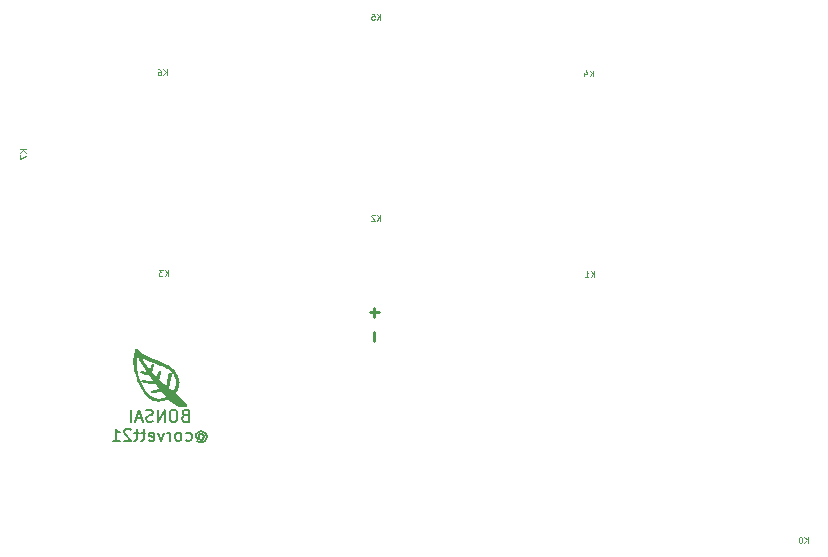
<source format=gbr>
%TF.GenerationSoftware,KiCad,Pcbnew,8.0.2*%
%TF.CreationDate,2024-07-03T21:28:43-05:00*%
%TF.ProjectId,bonsai-pg1232-Xiao-r3-rounded,626f6e73-6169-42d7-9067-313233322d58,v1*%
%TF.SameCoordinates,Original*%
%TF.FileFunction,Legend,Bot*%
%TF.FilePolarity,Positive*%
%FSLAX46Y46*%
G04 Gerber Fmt 4.6, Leading zero omitted, Abs format (unit mm)*
G04 Created by KiCad (PCBNEW 8.0.2) date 2024-07-03 21:28:43*
%MOMM*%
%LPD*%
G01*
G04 APERTURE LIST*
%ADD10C,0.125000*%
%ADD11C,0.150000*%
%ADD12C,0.250000*%
%ADD13C,0.000000*%
G04 APERTURE END LIST*
D10*
X58898716Y-28232309D02*
X58898716Y-27732309D01*
X58613002Y-28232309D02*
X58827287Y-27946595D01*
X58613002Y-27732309D02*
X58898716Y-28018023D01*
X58160621Y-27732309D02*
X58398716Y-27732309D01*
X58398716Y-27732309D02*
X58422525Y-27970404D01*
X58422525Y-27970404D02*
X58398716Y-27946595D01*
X58398716Y-27946595D02*
X58351097Y-27922785D01*
X58351097Y-27922785D02*
X58232049Y-27922785D01*
X58232049Y-27922785D02*
X58184430Y-27946595D01*
X58184430Y-27946595D02*
X58160621Y-27970404D01*
X58160621Y-27970404D02*
X58136811Y-28018023D01*
X58136811Y-28018023D02*
X58136811Y-28137071D01*
X58136811Y-28137071D02*
X58160621Y-28184690D01*
X58160621Y-28184690D02*
X58184430Y-28208500D01*
X58184430Y-28208500D02*
X58232049Y-28232309D01*
X58232049Y-28232309D02*
X58351097Y-28232309D01*
X58351097Y-28232309D02*
X58398716Y-28208500D01*
X58398716Y-28208500D02*
X58422525Y-28184690D01*
X40798716Y-32932309D02*
X40798716Y-32432309D01*
X40513002Y-32932309D02*
X40727287Y-32646595D01*
X40513002Y-32432309D02*
X40798716Y-32718023D01*
X40084430Y-32432309D02*
X40179668Y-32432309D01*
X40179668Y-32432309D02*
X40227287Y-32456119D01*
X40227287Y-32456119D02*
X40251097Y-32479928D01*
X40251097Y-32479928D02*
X40298716Y-32551357D01*
X40298716Y-32551357D02*
X40322525Y-32646595D01*
X40322525Y-32646595D02*
X40322525Y-32837071D01*
X40322525Y-32837071D02*
X40298716Y-32884690D01*
X40298716Y-32884690D02*
X40274906Y-32908500D01*
X40274906Y-32908500D02*
X40227287Y-32932309D01*
X40227287Y-32932309D02*
X40132049Y-32932309D01*
X40132049Y-32932309D02*
X40084430Y-32908500D01*
X40084430Y-32908500D02*
X40060621Y-32884690D01*
X40060621Y-32884690D02*
X40036811Y-32837071D01*
X40036811Y-32837071D02*
X40036811Y-32718023D01*
X40036811Y-32718023D02*
X40060621Y-32670404D01*
X40060621Y-32670404D02*
X40084430Y-32646595D01*
X40084430Y-32646595D02*
X40132049Y-32622785D01*
X40132049Y-32622785D02*
X40227287Y-32622785D01*
X40227287Y-32622785D02*
X40274906Y-32646595D01*
X40274906Y-32646595D02*
X40298716Y-32670404D01*
X40298716Y-32670404D02*
X40322525Y-32718023D01*
X58898716Y-45232309D02*
X58898716Y-44732309D01*
X58613002Y-45232309D02*
X58827287Y-44946595D01*
X58613002Y-44732309D02*
X58898716Y-45018023D01*
X58422525Y-44779928D02*
X58398716Y-44756119D01*
X58398716Y-44756119D02*
X58351097Y-44732309D01*
X58351097Y-44732309D02*
X58232049Y-44732309D01*
X58232049Y-44732309D02*
X58184430Y-44756119D01*
X58184430Y-44756119D02*
X58160621Y-44779928D01*
X58160621Y-44779928D02*
X58136811Y-44827547D01*
X58136811Y-44827547D02*
X58136811Y-44875166D01*
X58136811Y-44875166D02*
X58160621Y-44946595D01*
X58160621Y-44946595D02*
X58446335Y-45232309D01*
X58446335Y-45232309D02*
X58136811Y-45232309D01*
D11*
X42344047Y-61736065D02*
X42201190Y-61783684D01*
X42201190Y-61783684D02*
X42153571Y-61831303D01*
X42153571Y-61831303D02*
X42105952Y-61926541D01*
X42105952Y-61926541D02*
X42105952Y-62069398D01*
X42105952Y-62069398D02*
X42153571Y-62164636D01*
X42153571Y-62164636D02*
X42201190Y-62212256D01*
X42201190Y-62212256D02*
X42296428Y-62259875D01*
X42296428Y-62259875D02*
X42677380Y-62259875D01*
X42677380Y-62259875D02*
X42677380Y-61259875D01*
X42677380Y-61259875D02*
X42344047Y-61259875D01*
X42344047Y-61259875D02*
X42248809Y-61307494D01*
X42248809Y-61307494D02*
X42201190Y-61355113D01*
X42201190Y-61355113D02*
X42153571Y-61450351D01*
X42153571Y-61450351D02*
X42153571Y-61545589D01*
X42153571Y-61545589D02*
X42201190Y-61640827D01*
X42201190Y-61640827D02*
X42248809Y-61688446D01*
X42248809Y-61688446D02*
X42344047Y-61736065D01*
X42344047Y-61736065D02*
X42677380Y-61736065D01*
X41486904Y-61259875D02*
X41296428Y-61259875D01*
X41296428Y-61259875D02*
X41201190Y-61307494D01*
X41201190Y-61307494D02*
X41105952Y-61402732D01*
X41105952Y-61402732D02*
X41058333Y-61593208D01*
X41058333Y-61593208D02*
X41058333Y-61926541D01*
X41058333Y-61926541D02*
X41105952Y-62117017D01*
X41105952Y-62117017D02*
X41201190Y-62212256D01*
X41201190Y-62212256D02*
X41296428Y-62259875D01*
X41296428Y-62259875D02*
X41486904Y-62259875D01*
X41486904Y-62259875D02*
X41582142Y-62212256D01*
X41582142Y-62212256D02*
X41677380Y-62117017D01*
X41677380Y-62117017D02*
X41724999Y-61926541D01*
X41724999Y-61926541D02*
X41724999Y-61593208D01*
X41724999Y-61593208D02*
X41677380Y-61402732D01*
X41677380Y-61402732D02*
X41582142Y-61307494D01*
X41582142Y-61307494D02*
X41486904Y-61259875D01*
X40629761Y-62259875D02*
X40629761Y-61259875D01*
X40629761Y-61259875D02*
X40058333Y-62259875D01*
X40058333Y-62259875D02*
X40058333Y-61259875D01*
X39629761Y-62212256D02*
X39486904Y-62259875D01*
X39486904Y-62259875D02*
X39248809Y-62259875D01*
X39248809Y-62259875D02*
X39153571Y-62212256D01*
X39153571Y-62212256D02*
X39105952Y-62164636D01*
X39105952Y-62164636D02*
X39058333Y-62069398D01*
X39058333Y-62069398D02*
X39058333Y-61974160D01*
X39058333Y-61974160D02*
X39105952Y-61878922D01*
X39105952Y-61878922D02*
X39153571Y-61831303D01*
X39153571Y-61831303D02*
X39248809Y-61783684D01*
X39248809Y-61783684D02*
X39439285Y-61736065D01*
X39439285Y-61736065D02*
X39534523Y-61688446D01*
X39534523Y-61688446D02*
X39582142Y-61640827D01*
X39582142Y-61640827D02*
X39629761Y-61545589D01*
X39629761Y-61545589D02*
X39629761Y-61450351D01*
X39629761Y-61450351D02*
X39582142Y-61355113D01*
X39582142Y-61355113D02*
X39534523Y-61307494D01*
X39534523Y-61307494D02*
X39439285Y-61259875D01*
X39439285Y-61259875D02*
X39201190Y-61259875D01*
X39201190Y-61259875D02*
X39058333Y-61307494D01*
X38677380Y-61974160D02*
X38201190Y-61974160D01*
X38772618Y-62259875D02*
X38439285Y-61259875D01*
X38439285Y-61259875D02*
X38105952Y-62259875D01*
X37772618Y-62259875D02*
X37772618Y-61259875D01*
X43534524Y-63393628D02*
X43582143Y-63346009D01*
X43582143Y-63346009D02*
X43677381Y-63298390D01*
X43677381Y-63298390D02*
X43772619Y-63298390D01*
X43772619Y-63298390D02*
X43867857Y-63346009D01*
X43867857Y-63346009D02*
X43915476Y-63393628D01*
X43915476Y-63393628D02*
X43963095Y-63488866D01*
X43963095Y-63488866D02*
X43963095Y-63584104D01*
X43963095Y-63584104D02*
X43915476Y-63679342D01*
X43915476Y-63679342D02*
X43867857Y-63726961D01*
X43867857Y-63726961D02*
X43772619Y-63774580D01*
X43772619Y-63774580D02*
X43677381Y-63774580D01*
X43677381Y-63774580D02*
X43582143Y-63726961D01*
X43582143Y-63726961D02*
X43534524Y-63679342D01*
X43534524Y-63298390D02*
X43534524Y-63679342D01*
X43534524Y-63679342D02*
X43486905Y-63726961D01*
X43486905Y-63726961D02*
X43439286Y-63726961D01*
X43439286Y-63726961D02*
X43344047Y-63679342D01*
X43344047Y-63679342D02*
X43296428Y-63584104D01*
X43296428Y-63584104D02*
X43296428Y-63346009D01*
X43296428Y-63346009D02*
X43391667Y-63203152D01*
X43391667Y-63203152D02*
X43534524Y-63107914D01*
X43534524Y-63107914D02*
X43725000Y-63060295D01*
X43725000Y-63060295D02*
X43915476Y-63107914D01*
X43915476Y-63107914D02*
X44058333Y-63203152D01*
X44058333Y-63203152D02*
X44153571Y-63346009D01*
X44153571Y-63346009D02*
X44201190Y-63536485D01*
X44201190Y-63536485D02*
X44153571Y-63726961D01*
X44153571Y-63726961D02*
X44058333Y-63869819D01*
X44058333Y-63869819D02*
X43915476Y-63965057D01*
X43915476Y-63965057D02*
X43725000Y-64012676D01*
X43725000Y-64012676D02*
X43534524Y-63965057D01*
X43534524Y-63965057D02*
X43391667Y-63869819D01*
X42439286Y-63822200D02*
X42534524Y-63869819D01*
X42534524Y-63869819D02*
X42725000Y-63869819D01*
X42725000Y-63869819D02*
X42820238Y-63822200D01*
X42820238Y-63822200D02*
X42867857Y-63774580D01*
X42867857Y-63774580D02*
X42915476Y-63679342D01*
X42915476Y-63679342D02*
X42915476Y-63393628D01*
X42915476Y-63393628D02*
X42867857Y-63298390D01*
X42867857Y-63298390D02*
X42820238Y-63250771D01*
X42820238Y-63250771D02*
X42725000Y-63203152D01*
X42725000Y-63203152D02*
X42534524Y-63203152D01*
X42534524Y-63203152D02*
X42439286Y-63250771D01*
X41867857Y-63869819D02*
X41963095Y-63822200D01*
X41963095Y-63822200D02*
X42010714Y-63774580D01*
X42010714Y-63774580D02*
X42058333Y-63679342D01*
X42058333Y-63679342D02*
X42058333Y-63393628D01*
X42058333Y-63393628D02*
X42010714Y-63298390D01*
X42010714Y-63298390D02*
X41963095Y-63250771D01*
X41963095Y-63250771D02*
X41867857Y-63203152D01*
X41867857Y-63203152D02*
X41725000Y-63203152D01*
X41725000Y-63203152D02*
X41629762Y-63250771D01*
X41629762Y-63250771D02*
X41582143Y-63298390D01*
X41582143Y-63298390D02*
X41534524Y-63393628D01*
X41534524Y-63393628D02*
X41534524Y-63679342D01*
X41534524Y-63679342D02*
X41582143Y-63774580D01*
X41582143Y-63774580D02*
X41629762Y-63822200D01*
X41629762Y-63822200D02*
X41725000Y-63869819D01*
X41725000Y-63869819D02*
X41867857Y-63869819D01*
X41105952Y-63869819D02*
X41105952Y-63203152D01*
X41105952Y-63393628D02*
X41058333Y-63298390D01*
X41058333Y-63298390D02*
X41010714Y-63250771D01*
X41010714Y-63250771D02*
X40915476Y-63203152D01*
X40915476Y-63203152D02*
X40820238Y-63203152D01*
X40582142Y-63203152D02*
X40344047Y-63869819D01*
X40344047Y-63869819D02*
X40105952Y-63203152D01*
X39344047Y-63822200D02*
X39439285Y-63869819D01*
X39439285Y-63869819D02*
X39629761Y-63869819D01*
X39629761Y-63869819D02*
X39724999Y-63822200D01*
X39724999Y-63822200D02*
X39772618Y-63726961D01*
X39772618Y-63726961D02*
X39772618Y-63346009D01*
X39772618Y-63346009D02*
X39724999Y-63250771D01*
X39724999Y-63250771D02*
X39629761Y-63203152D01*
X39629761Y-63203152D02*
X39439285Y-63203152D01*
X39439285Y-63203152D02*
X39344047Y-63250771D01*
X39344047Y-63250771D02*
X39296428Y-63346009D01*
X39296428Y-63346009D02*
X39296428Y-63441247D01*
X39296428Y-63441247D02*
X39772618Y-63536485D01*
X39010713Y-63203152D02*
X38629761Y-63203152D01*
X38867856Y-62869819D02*
X38867856Y-63726961D01*
X38867856Y-63726961D02*
X38820237Y-63822200D01*
X38820237Y-63822200D02*
X38724999Y-63869819D01*
X38724999Y-63869819D02*
X38629761Y-63869819D01*
X38439284Y-63203152D02*
X38058332Y-63203152D01*
X38296427Y-62869819D02*
X38296427Y-63726961D01*
X38296427Y-63726961D02*
X38248808Y-63822200D01*
X38248808Y-63822200D02*
X38153570Y-63869819D01*
X38153570Y-63869819D02*
X38058332Y-63869819D01*
X37772617Y-62965057D02*
X37724998Y-62917438D01*
X37724998Y-62917438D02*
X37629760Y-62869819D01*
X37629760Y-62869819D02*
X37391665Y-62869819D01*
X37391665Y-62869819D02*
X37296427Y-62917438D01*
X37296427Y-62917438D02*
X37248808Y-62965057D01*
X37248808Y-62965057D02*
X37201189Y-63060295D01*
X37201189Y-63060295D02*
X37201189Y-63155533D01*
X37201189Y-63155533D02*
X37248808Y-63298390D01*
X37248808Y-63298390D02*
X37820236Y-63869819D01*
X37820236Y-63869819D02*
X37201189Y-63869819D01*
X36248808Y-63869819D02*
X36820236Y-63869819D01*
X36534522Y-63869819D02*
X36534522Y-62869819D01*
X36534522Y-62869819D02*
X36629760Y-63012676D01*
X36629760Y-63012676D02*
X36724998Y-63107914D01*
X36724998Y-63107914D02*
X36820236Y-63155533D01*
D12*
X58366333Y-54652568D02*
X58366333Y-55414473D01*
D10*
X28932309Y-39201283D02*
X28432309Y-39201283D01*
X28932309Y-39486997D02*
X28646595Y-39272712D01*
X28432309Y-39486997D02*
X28718023Y-39201283D01*
X28432309Y-39653664D02*
X28432309Y-39986997D01*
X28432309Y-39986997D02*
X28932309Y-39772712D01*
D12*
X58002568Y-52983666D02*
X58764473Y-52983666D01*
X58383520Y-53364619D02*
X58383520Y-52602714D01*
D10*
X40915116Y-49932309D02*
X40915116Y-49432309D01*
X40629402Y-49932309D02*
X40843687Y-49646595D01*
X40629402Y-49432309D02*
X40915116Y-49718023D01*
X40462735Y-49432309D02*
X40153211Y-49432309D01*
X40153211Y-49432309D02*
X40319878Y-49622785D01*
X40319878Y-49622785D02*
X40248449Y-49622785D01*
X40248449Y-49622785D02*
X40200830Y-49646595D01*
X40200830Y-49646595D02*
X40177021Y-49670404D01*
X40177021Y-49670404D02*
X40153211Y-49718023D01*
X40153211Y-49718023D02*
X40153211Y-49837071D01*
X40153211Y-49837071D02*
X40177021Y-49884690D01*
X40177021Y-49884690D02*
X40200830Y-49908500D01*
X40200830Y-49908500D02*
X40248449Y-49932309D01*
X40248449Y-49932309D02*
X40391306Y-49932309D01*
X40391306Y-49932309D02*
X40438925Y-49908500D01*
X40438925Y-49908500D02*
X40462735Y-49884690D01*
X76898716Y-33032309D02*
X76898716Y-32532309D01*
X76613002Y-33032309D02*
X76827287Y-32746595D01*
X76613002Y-32532309D02*
X76898716Y-32818023D01*
X76184430Y-32698976D02*
X76184430Y-33032309D01*
X76303478Y-32508500D02*
X76422525Y-32865642D01*
X76422525Y-32865642D02*
X76113002Y-32865642D01*
X95098716Y-72532309D02*
X95098716Y-72032309D01*
X94813002Y-72532309D02*
X95027287Y-72246595D01*
X94813002Y-72032309D02*
X95098716Y-72318023D01*
X94503478Y-72032309D02*
X94455859Y-72032309D01*
X94455859Y-72032309D02*
X94408240Y-72056119D01*
X94408240Y-72056119D02*
X94384430Y-72079928D01*
X94384430Y-72079928D02*
X94360621Y-72127547D01*
X94360621Y-72127547D02*
X94336811Y-72222785D01*
X94336811Y-72222785D02*
X94336811Y-72341833D01*
X94336811Y-72341833D02*
X94360621Y-72437071D01*
X94360621Y-72437071D02*
X94384430Y-72484690D01*
X94384430Y-72484690D02*
X94408240Y-72508500D01*
X94408240Y-72508500D02*
X94455859Y-72532309D01*
X94455859Y-72532309D02*
X94503478Y-72532309D01*
X94503478Y-72532309D02*
X94551097Y-72508500D01*
X94551097Y-72508500D02*
X94574906Y-72484690D01*
X94574906Y-72484690D02*
X94598716Y-72437071D01*
X94598716Y-72437071D02*
X94622525Y-72341833D01*
X94622525Y-72341833D02*
X94622525Y-72222785D01*
X94622525Y-72222785D02*
X94598716Y-72127547D01*
X94598716Y-72127547D02*
X94574906Y-72079928D01*
X94574906Y-72079928D02*
X94551097Y-72056119D01*
X94551097Y-72056119D02*
X94503478Y-72032309D01*
X76998716Y-50032309D02*
X76998716Y-49532309D01*
X76713002Y-50032309D02*
X76927287Y-49746595D01*
X76713002Y-49532309D02*
X76998716Y-49818023D01*
X76236811Y-50032309D02*
X76522525Y-50032309D01*
X76379668Y-50032309D02*
X76379668Y-49532309D01*
X76379668Y-49532309D02*
X76427287Y-49603738D01*
X76427287Y-49603738D02*
X76474906Y-49651357D01*
X76474906Y-49651357D02*
X76522525Y-49675166D01*
D13*
%TO.C,G\u002A\u002A\u002A*%
G36*
X41897659Y-58943827D02*
G01*
X41887835Y-59063514D01*
X41866155Y-59183515D01*
X41832727Y-59303356D01*
X41787655Y-59422560D01*
X41731047Y-59540654D01*
X41663007Y-59657161D01*
X41583642Y-59771606D01*
X41582428Y-59773225D01*
X41564696Y-59797093D01*
X41550039Y-59817224D01*
X41539951Y-59831542D01*
X41535923Y-59837972D01*
X41538593Y-59841292D01*
X41549665Y-59851994D01*
X41568324Y-59869066D01*
X41593491Y-59891547D01*
X41624085Y-59918471D01*
X41659025Y-59948877D01*
X41697231Y-59981799D01*
X41713730Y-59995966D01*
X41757684Y-60033848D01*
X41802072Y-60072285D01*
X41844904Y-60109542D01*
X41884190Y-60143887D01*
X41917941Y-60173587D01*
X41944167Y-60196908D01*
X41970973Y-60220884D01*
X41977171Y-60226403D01*
X42009136Y-60254868D01*
X42050419Y-60291504D01*
X42091383Y-60327740D01*
X42128587Y-60360523D01*
X42180538Y-60406920D01*
X42253974Y-60475735D01*
X42317147Y-60539535D01*
X42370485Y-60598928D01*
X42414420Y-60654521D01*
X42449380Y-60706922D01*
X42475795Y-60756739D01*
X42494097Y-60804577D01*
X42504714Y-60851046D01*
X42508076Y-60896753D01*
X42507920Y-60905743D01*
X42502184Y-60950225D01*
X42487861Y-60985802D01*
X42464506Y-61013029D01*
X42431672Y-61032459D01*
X42388911Y-61044648D01*
X42381212Y-61045740D01*
X42356045Y-61047510D01*
X42322007Y-61048390D01*
X42281584Y-61048448D01*
X42237262Y-61047752D01*
X42191528Y-61046369D01*
X42146867Y-61044365D01*
X42105767Y-61041809D01*
X42070713Y-61038768D01*
X42044192Y-61035309D01*
X41937491Y-61012974D01*
X41814840Y-60976608D01*
X41693557Y-60928894D01*
X41573190Y-60869608D01*
X41453289Y-60798525D01*
X41333406Y-60715420D01*
X41213088Y-60620068D01*
X41204559Y-60612798D01*
X41175967Y-60587574D01*
X41141925Y-60556600D01*
X41104902Y-60522162D01*
X41067369Y-60486551D01*
X41031793Y-60452055D01*
X40922041Y-60344240D01*
X40847022Y-60381207D01*
X40822054Y-60393303D01*
X40689734Y-60450457D01*
X40558330Y-60495563D01*
X40428097Y-60528624D01*
X40299293Y-60549644D01*
X40172173Y-60558628D01*
X40046993Y-60555578D01*
X39924011Y-60540500D01*
X39803483Y-60513396D01*
X39685664Y-60474272D01*
X39570811Y-60423130D01*
X39459181Y-60359975D01*
X39414908Y-60331026D01*
X39306672Y-60250848D01*
X39200408Y-60158684D01*
X39096334Y-60054821D01*
X38994668Y-59939549D01*
X38895630Y-59813155D01*
X38799438Y-59675928D01*
X38706310Y-59528157D01*
X38616464Y-59370130D01*
X38530120Y-59202135D01*
X38447496Y-59024462D01*
X38421553Y-58965010D01*
X38335682Y-58755257D01*
X38259010Y-58546601D01*
X38191679Y-58339680D01*
X38133831Y-58135129D01*
X38085607Y-57933585D01*
X38047151Y-57735683D01*
X38018603Y-57542060D01*
X38000107Y-57353352D01*
X37991804Y-57170194D01*
X37992941Y-57071139D01*
X38264989Y-57071139D01*
X38270057Y-57267753D01*
X38283607Y-57468834D01*
X38305398Y-57672156D01*
X38335186Y-57875497D01*
X38372731Y-58076633D01*
X38417791Y-58273340D01*
X38445284Y-58377803D01*
X38502416Y-58569551D01*
X38566085Y-58753369D01*
X38636077Y-58928907D01*
X38712179Y-59095816D01*
X38794179Y-59253746D01*
X38881864Y-59402347D01*
X38975021Y-59541268D01*
X39073438Y-59670161D01*
X39176901Y-59788676D01*
X39285198Y-59896462D01*
X39398117Y-59993169D01*
X39515444Y-60078449D01*
X39523768Y-60083955D01*
X39628628Y-60148302D01*
X39731480Y-60202102D01*
X39831688Y-60245081D01*
X39928618Y-60276964D01*
X40021633Y-60297476D01*
X40045103Y-60300651D01*
X40096716Y-60304637D01*
X40153914Y-60305983D01*
X40212359Y-60304732D01*
X40267714Y-60300925D01*
X40315641Y-60294606D01*
X40391537Y-60278256D01*
X40487131Y-60250273D01*
X40582381Y-60214742D01*
X40673089Y-60173091D01*
X40694739Y-60162267D01*
X40713481Y-60152332D01*
X40724908Y-60143647D01*
X40728992Y-60134334D01*
X40725705Y-60122514D01*
X40715022Y-60106309D01*
X40696913Y-60083841D01*
X40671354Y-60053232D01*
X40655287Y-60033763D01*
X41353285Y-60033763D01*
X41360659Y-60042662D01*
X41377926Y-60058547D01*
X41405162Y-60081484D01*
X41442440Y-60111537D01*
X41471459Y-60134334D01*
X41489834Y-60148769D01*
X41494842Y-60152667D01*
X41529390Y-60179531D01*
X41555429Y-60199662D01*
X41574162Y-60213907D01*
X41586791Y-60223109D01*
X41594520Y-60228115D01*
X41598551Y-60229769D01*
X41600088Y-60228917D01*
X41600332Y-60226403D01*
X41600324Y-60226285D01*
X41595240Y-60219832D01*
X41582094Y-60207739D01*
X41562827Y-60191694D01*
X41539380Y-60173383D01*
X41521345Y-60159581D01*
X41486545Y-60132493D01*
X41450967Y-60104340D01*
X41420020Y-60079382D01*
X41419938Y-60079315D01*
X41396714Y-60060792D01*
X41376614Y-60045629D01*
X41361786Y-60035388D01*
X41354379Y-60031631D01*
X41353285Y-60033763D01*
X40655287Y-60033763D01*
X40648353Y-60025361D01*
X40617584Y-59987787D01*
X40584159Y-59946733D01*
X40550789Y-59905531D01*
X40520186Y-59867511D01*
X40510978Y-59856092D01*
X40486438Y-59826316D01*
X40464537Y-59800671D01*
X40446544Y-59780583D01*
X40433724Y-59767483D01*
X40427345Y-59762798D01*
X40427149Y-59762800D01*
X40417686Y-59763317D01*
X40397976Y-59764652D01*
X40370110Y-59766654D01*
X40336182Y-59769174D01*
X40298282Y-59772061D01*
X40294080Y-59772382D01*
X40248623Y-59775582D01*
X40195339Y-59778944D01*
X40138448Y-59782223D01*
X40082170Y-59785175D01*
X40030724Y-59787556D01*
X40014517Y-59788282D01*
X39967568Y-59790795D01*
X39921407Y-59793810D01*
X39878962Y-59797105D01*
X39843159Y-59800460D01*
X39816927Y-59803655D01*
X39797751Y-59806264D01*
X39766834Y-59809578D01*
X39739707Y-59811476D01*
X39720637Y-59811603D01*
X39704144Y-59811313D01*
X39688521Y-59814698D01*
X39675646Y-59823751D01*
X39667555Y-59829799D01*
X39647418Y-59836889D01*
X39626049Y-59836759D01*
X39606728Y-59830239D01*
X39592731Y-59818161D01*
X39587337Y-59801356D01*
X39587099Y-59798034D01*
X39583667Y-59793087D01*
X39573799Y-59791457D01*
X39554517Y-59792327D01*
X39541718Y-59792895D01*
X39520187Y-59790593D01*
X39502441Y-59782639D01*
X39497613Y-59779211D01*
X39480066Y-59759946D01*
X39467266Y-59735655D01*
X39462330Y-59711841D01*
X39463216Y-59703938D01*
X39471708Y-59682508D01*
X39486493Y-59662267D01*
X39504228Y-59648288D01*
X39515460Y-59643428D01*
X39542860Y-59634133D01*
X39581603Y-59622964D01*
X39631090Y-59610063D01*
X39690721Y-59595575D01*
X39759897Y-59579645D01*
X39838017Y-59562416D01*
X39924482Y-59544032D01*
X40018693Y-59524637D01*
X40027632Y-59522825D01*
X40078742Y-59512463D01*
X40119070Y-59504263D01*
X40149890Y-59497931D01*
X40172473Y-59493169D01*
X40188091Y-59489683D01*
X40198017Y-59487176D01*
X40203522Y-59485353D01*
X40205880Y-59483917D01*
X40206362Y-59482573D01*
X40206239Y-59481026D01*
X40205310Y-59479161D01*
X40198000Y-59468903D01*
X40184366Y-59451189D01*
X40165543Y-59427460D01*
X40142667Y-59399155D01*
X40116875Y-59367717D01*
X40085995Y-59330160D01*
X40048350Y-59284044D01*
X40009011Y-59235577D01*
X39971110Y-59188617D01*
X39937777Y-59147022D01*
X39923457Y-59129071D01*
X39898845Y-59098254D01*
X39877376Y-59071416D01*
X39860210Y-59050006D01*
X39848511Y-59035475D01*
X39843440Y-59029273D01*
X39842788Y-59028742D01*
X39833586Y-59028718D01*
X39819517Y-59034042D01*
X39815568Y-59035874D01*
X39797392Y-59042507D01*
X39772593Y-59050026D01*
X39745343Y-59057134D01*
X39720457Y-59062033D01*
X39664591Y-59067656D01*
X39598467Y-59068408D01*
X39522895Y-59064319D01*
X39438687Y-59055419D01*
X39346653Y-59041742D01*
X39306568Y-59035252D01*
X39253092Y-59027129D01*
X39198282Y-59019291D01*
X39146684Y-59012384D01*
X39102843Y-59007056D01*
X39093699Y-59006016D01*
X39011662Y-58995377D01*
X38941706Y-58983759D01*
X38883910Y-58971183D01*
X38838352Y-58957667D01*
X38805110Y-58943231D01*
X38784262Y-58927894D01*
X38782333Y-58926002D01*
X38765993Y-58915716D01*
X38746284Y-58909163D01*
X38719478Y-58902132D01*
X38695278Y-58890190D01*
X38681049Y-58875426D01*
X38675587Y-58859797D01*
X38674848Y-58834527D01*
X38681430Y-58809483D01*
X38694131Y-58788568D01*
X38711750Y-58775687D01*
X38716142Y-58774710D01*
X38733113Y-58773179D01*
X38759933Y-58772059D01*
X38794867Y-58771330D01*
X38836183Y-58770972D01*
X38882146Y-58770967D01*
X38931023Y-58771294D01*
X38981080Y-58771934D01*
X39030584Y-58772867D01*
X39077800Y-58774075D01*
X39120996Y-58775538D01*
X39158436Y-58777237D01*
X39188389Y-58779151D01*
X39209119Y-58781262D01*
X39224162Y-58782794D01*
X39253810Y-58784389D01*
X39291755Y-58785420D01*
X39335688Y-58785913D01*
X39383297Y-58785896D01*
X39432272Y-58785394D01*
X39480302Y-58784435D01*
X39525075Y-58783045D01*
X39564283Y-58781251D01*
X39595612Y-58779080D01*
X39616754Y-58776557D01*
X39643045Y-58771929D01*
X39588757Y-58700037D01*
X39587279Y-58698075D01*
X39568592Y-58672995D01*
X39544347Y-58640048D01*
X39516081Y-58601348D01*
X39485334Y-58559007D01*
X39453645Y-58515139D01*
X39422553Y-58471856D01*
X39404117Y-58446172D01*
X39374907Y-58405865D01*
X39351618Y-58374411D01*
X39333490Y-58350870D01*
X39319762Y-58334301D01*
X39309676Y-58323765D01*
X39302471Y-58318323D01*
X39297386Y-58317033D01*
X39247821Y-58321499D01*
X39192373Y-58323018D01*
X39141454Y-58319615D01*
X39091046Y-58310977D01*
X39037129Y-58296791D01*
X39030511Y-58294779D01*
X38998174Y-58284368D01*
X38959395Y-58271173D01*
X38916459Y-58256040D01*
X38871653Y-58239816D01*
X38827265Y-58223346D01*
X38785580Y-58207477D01*
X38748886Y-58193054D01*
X38719470Y-58180924D01*
X38699619Y-58171932D01*
X38677232Y-58161381D01*
X38649870Y-58149707D01*
X38627061Y-58141194D01*
X38624624Y-58140380D01*
X38593461Y-58125786D01*
X38574147Y-58107221D01*
X38566631Y-58084540D01*
X38570864Y-58057602D01*
X38586795Y-58026263D01*
X38590848Y-58020212D01*
X38607766Y-57999973D01*
X38627012Y-57986379D01*
X38651035Y-57978541D01*
X38682282Y-57975565D01*
X38723199Y-57976560D01*
X38725937Y-57976723D01*
X38763572Y-57980085D01*
X38803526Y-57985871D01*
X38847673Y-57994485D01*
X38897887Y-58006329D01*
X38956042Y-58021808D01*
X39024010Y-58041324D01*
X39026941Y-58042187D01*
X39062518Y-58052470D01*
X39093676Y-58061135D01*
X39118526Y-58067684D01*
X39135183Y-58071617D01*
X39141757Y-58072436D01*
X39139975Y-58068052D01*
X39132241Y-58054446D01*
X39119254Y-58033048D01*
X39101893Y-58005276D01*
X39081038Y-57972553D01*
X39057565Y-57936298D01*
X39037412Y-57905299D01*
X38953409Y-57773706D01*
X38874143Y-57645353D01*
X38796596Y-57515370D01*
X38779322Y-57485959D01*
X38758670Y-57450904D01*
X38738400Y-57416649D01*
X38717370Y-57381276D01*
X38694439Y-57342870D01*
X38668464Y-57299514D01*
X38638302Y-57249293D01*
X38602812Y-57190290D01*
X38561522Y-57120125D01*
X38494658Y-56999877D01*
X38431059Y-56877345D01*
X38395033Y-56802681D01*
X38674613Y-56802681D01*
X38676834Y-56807992D01*
X38684498Y-56822790D01*
X38696718Y-56845247D01*
X38712543Y-56873678D01*
X38731021Y-56906400D01*
X38751200Y-56941728D01*
X38772127Y-56977977D01*
X38792851Y-57013464D01*
X38812420Y-57046505D01*
X38905799Y-57196434D01*
X39019417Y-57364954D01*
X39143904Y-57536431D01*
X39278789Y-57710196D01*
X39299076Y-57735453D01*
X39324167Y-57766481D01*
X39345956Y-57793189D01*
X39363322Y-57814212D01*
X39375143Y-57828185D01*
X39380297Y-57833742D01*
X39383327Y-57829112D01*
X39388812Y-57814166D01*
X39396164Y-57790719D01*
X39404810Y-57760599D01*
X39414176Y-57725634D01*
X39427281Y-57676411D01*
X39444094Y-57618023D01*
X39459851Y-57569556D01*
X39475060Y-57529600D01*
X39490225Y-57496744D01*
X39505851Y-57469576D01*
X39524997Y-57443109D01*
X39548751Y-57420211D01*
X39575702Y-57405776D01*
X39608869Y-57397697D01*
X39636572Y-57393905D01*
X39662199Y-57391874D01*
X39679922Y-57393074D01*
X39692118Y-57397717D01*
X39701163Y-57406019D01*
X39702382Y-57407562D01*
X39707779Y-57416607D01*
X39710389Y-57427983D01*
X39710608Y-57445045D01*
X39708830Y-57471151D01*
X39703035Y-57525723D01*
X39693199Y-57594704D01*
X39680314Y-57669966D01*
X39664949Y-57748611D01*
X39647673Y-57827742D01*
X39629055Y-57904462D01*
X39609664Y-57975872D01*
X39583180Y-58067533D01*
X39648731Y-58138412D01*
X39661897Y-58152619D01*
X39703470Y-58197134D01*
X39744613Y-58240697D01*
X39784428Y-58282395D01*
X39822017Y-58321317D01*
X39856484Y-58356548D01*
X39886932Y-58387178D01*
X39912463Y-58412294D01*
X39932180Y-58430982D01*
X39945186Y-58442331D01*
X39950584Y-58445428D01*
X39953446Y-58439041D01*
X39959290Y-58422409D01*
X39967360Y-58397621D01*
X39977007Y-58366675D01*
X39987579Y-58331572D01*
X40005806Y-58271949D01*
X40031634Y-58194581D01*
X40056604Y-58128785D01*
X40080975Y-58074049D01*
X40105008Y-58029860D01*
X40128961Y-57995702D01*
X40153093Y-57971065D01*
X40177665Y-57955434D01*
X40202480Y-57947388D01*
X40237828Y-57944882D01*
X40272292Y-57951368D01*
X40302682Y-57966134D01*
X40325807Y-57988469D01*
X40332024Y-57997952D01*
X40337863Y-58010217D01*
X40341175Y-58024023D01*
X40341786Y-58040853D01*
X40339520Y-58062191D01*
X40334201Y-58089521D01*
X40325656Y-58124327D01*
X40313708Y-58168091D01*
X40298182Y-58222298D01*
X40290403Y-58249361D01*
X40273374Y-58311003D01*
X40259227Y-58366689D01*
X40246994Y-58420576D01*
X40235710Y-58476821D01*
X40224407Y-58539581D01*
X40197611Y-58694829D01*
X40229809Y-58724002D01*
X40232533Y-58726470D01*
X40247705Y-58740218D01*
X40270246Y-58760644D01*
X40298675Y-58786406D01*
X40331510Y-58816162D01*
X40367272Y-58848570D01*
X40404477Y-58882286D01*
X40428244Y-58903785D01*
X40482296Y-58952389D01*
X40534156Y-58998630D01*
X40583041Y-59041834D01*
X40628170Y-59081327D01*
X40668759Y-59116435D01*
X40704027Y-59146484D01*
X40733190Y-59170799D01*
X40755468Y-59188707D01*
X40770076Y-59199533D01*
X40776233Y-59202604D01*
X40776657Y-59202274D01*
X40781664Y-59192996D01*
X40788513Y-59173733D01*
X40796630Y-59146526D01*
X40805439Y-59113411D01*
X40814362Y-59076430D01*
X40822826Y-59037620D01*
X40823914Y-59032115D01*
X40828695Y-59004412D01*
X40834367Y-58967180D01*
X40840614Y-58922710D01*
X40847123Y-58873296D01*
X40853580Y-58821229D01*
X40859670Y-58768804D01*
X40867887Y-58697286D01*
X40878181Y-58614164D01*
X40888239Y-58541510D01*
X40898326Y-58478183D01*
X40908707Y-58423042D01*
X40919650Y-58374948D01*
X40931418Y-58332758D01*
X40944278Y-58295333D01*
X40958495Y-58261532D01*
X40974335Y-58230213D01*
X40992064Y-58200236D01*
X41012528Y-58170087D01*
X41038513Y-58139592D01*
X41064374Y-58119244D01*
X41091682Y-58107884D01*
X41122005Y-58104354D01*
X41130070Y-58104586D01*
X41167213Y-58112148D01*
X41198788Y-58129404D01*
X41222939Y-58155022D01*
X41237812Y-58187666D01*
X41239910Y-58199833D01*
X41240562Y-58229970D01*
X41237526Y-58271479D01*
X41230854Y-58324016D01*
X41220600Y-58387235D01*
X41206816Y-58460789D01*
X41189556Y-58544333D01*
X41168873Y-58637521D01*
X41158412Y-58683936D01*
X41145748Y-58741336D01*
X41132656Y-58801709D01*
X41120180Y-58860239D01*
X41109365Y-58912107D01*
X41100224Y-58955232D01*
X41078270Y-59048701D01*
X41055142Y-59134030D01*
X41031171Y-59210126D01*
X41006690Y-59275901D01*
X40982031Y-59330263D01*
X40978386Y-59337731D01*
X40971613Y-59353904D01*
X40968927Y-59364098D01*
X40973432Y-59369686D01*
X40986535Y-59382315D01*
X41007162Y-59401008D01*
X41034237Y-59424819D01*
X41066685Y-59452804D01*
X41103430Y-59484016D01*
X41143397Y-59517510D01*
X41183214Y-59550612D01*
X41220079Y-59581164D01*
X41252761Y-59608152D01*
X41280177Y-59630687D01*
X41301244Y-59647879D01*
X41314881Y-59658837D01*
X41320003Y-59662671D01*
X41320369Y-59662516D01*
X41326180Y-59656013D01*
X41337117Y-59641480D01*
X41351725Y-59621015D01*
X41368546Y-59596717D01*
X41386126Y-59570685D01*
X41403007Y-59545015D01*
X41417735Y-59521808D01*
X41435312Y-59492543D01*
X41491644Y-59384059D01*
X41536078Y-59272862D01*
X41568624Y-59159634D01*
X41589290Y-59045057D01*
X41598084Y-58929810D01*
X41595015Y-58814577D01*
X41580092Y-58700036D01*
X41553322Y-58586870D01*
X41514714Y-58475759D01*
X41464278Y-58367385D01*
X41402020Y-58262429D01*
X41383359Y-58234860D01*
X41315997Y-58144920D01*
X41242262Y-58060804D01*
X41161397Y-57981955D01*
X41072646Y-57907819D01*
X40975252Y-57837840D01*
X40868458Y-57771461D01*
X40751507Y-57708128D01*
X40623643Y-57647284D01*
X40484109Y-57588373D01*
X40449594Y-57574743D01*
X40407889Y-57558679D01*
X40363736Y-57542136D01*
X40315784Y-57524633D01*
X40262684Y-57505691D01*
X40203086Y-57484827D01*
X40135641Y-57461561D01*
X40058998Y-57435413D01*
X39971807Y-57405902D01*
X39918382Y-57387751D01*
X39765445Y-57334257D01*
X39623471Y-57282091D01*
X39491419Y-57230783D01*
X39368248Y-57179861D01*
X39252917Y-57128853D01*
X39144386Y-57077289D01*
X39041614Y-57024698D01*
X38943561Y-56970608D01*
X38849185Y-56914547D01*
X38757445Y-56856046D01*
X38739314Y-56844115D01*
X38713631Y-56827336D01*
X38693120Y-56814086D01*
X38679531Y-56805492D01*
X38674613Y-56802681D01*
X38395033Y-56802681D01*
X38372611Y-56756210D01*
X38321197Y-56640155D01*
X38314855Y-56625265D01*
X38305024Y-56602917D01*
X38297432Y-56586582D01*
X38293344Y-56579031D01*
X38291438Y-56581128D01*
X38288784Y-56594035D01*
X38285846Y-56617084D01*
X38282727Y-56648985D01*
X38279531Y-56688451D01*
X38276359Y-56734194D01*
X38273315Y-56784924D01*
X38270502Y-56839355D01*
X38268022Y-56896196D01*
X38264989Y-57071139D01*
X37992941Y-57071139D01*
X37993836Y-56993223D01*
X37999348Y-56901513D01*
X38014334Y-56762161D01*
X38036871Y-56627690D01*
X38066645Y-56499578D01*
X38103346Y-56379306D01*
X38146660Y-56268353D01*
X38156526Y-56245500D01*
X38162686Y-56228861D01*
X38164780Y-56217224D01*
X38163370Y-56207280D01*
X38159022Y-56195716D01*
X38151966Y-56172662D01*
X38151415Y-56143067D01*
X38161290Y-56118369D01*
X38180884Y-56100049D01*
X38209495Y-56089588D01*
X38213518Y-56088679D01*
X38235077Y-56079992D01*
X38254414Y-56067248D01*
X38267218Y-56057952D01*
X38293315Y-56049075D01*
X38319805Y-56052477D01*
X38345462Y-56068148D01*
X38350664Y-56073111D01*
X38363380Y-56089048D01*
X38369960Y-56103268D01*
X38370389Y-56107676D01*
X38369305Y-56125960D01*
X38365538Y-56150939D01*
X38359738Y-56178786D01*
X38352556Y-56205673D01*
X38352165Y-56208601D01*
X38355880Y-56212587D01*
X38367498Y-56214575D01*
X38389304Y-56215156D01*
X38391163Y-56215165D01*
X38409091Y-56215943D01*
X38424904Y-56218728D01*
X38440484Y-56224600D01*
X38457714Y-56234639D01*
X38478476Y-56249926D01*
X38504653Y-56271541D01*
X38538127Y-56300564D01*
X38542133Y-56304066D01*
X38601633Y-56354080D01*
X38663361Y-56401996D01*
X38730416Y-56450132D01*
X38805895Y-56500804D01*
X38810614Y-56503881D01*
X38866023Y-56539297D01*
X38921520Y-56573347D01*
X38978006Y-56606459D01*
X39036379Y-56639058D01*
X39097540Y-56671574D01*
X39162386Y-56704432D01*
X39231819Y-56738060D01*
X39306736Y-56772886D01*
X39388038Y-56809337D01*
X39476624Y-56847839D01*
X39573394Y-56888820D01*
X39679245Y-56932708D01*
X39795079Y-56979929D01*
X39921794Y-57030911D01*
X39939694Y-57038077D01*
X40040693Y-57078653D01*
X40131351Y-57115355D01*
X40212820Y-57148679D01*
X40286252Y-57179117D01*
X40352799Y-57207165D01*
X40413611Y-57233316D01*
X40469842Y-57258067D01*
X40522642Y-57281910D01*
X40573164Y-57305340D01*
X40622559Y-57328852D01*
X40671979Y-57352939D01*
X40679474Y-57356639D01*
X40814010Y-57425870D01*
X40937409Y-57495067D01*
X41050940Y-57565010D01*
X41155872Y-57636478D01*
X41253476Y-57710251D01*
X41276679Y-57729416D01*
X41314928Y-57763047D01*
X41356877Y-57801827D01*
X41400303Y-57843569D01*
X41442986Y-57886087D01*
X41482701Y-57927195D01*
X41517227Y-57964704D01*
X41544343Y-57996431D01*
X41562540Y-58019464D01*
X41634982Y-58121030D01*
X41701494Y-58230294D01*
X41760572Y-58344409D01*
X41810711Y-58460527D01*
X41850408Y-58575803D01*
X41854941Y-58591403D01*
X41881318Y-58707296D01*
X41895522Y-58824929D01*
X41897407Y-58929810D01*
X41897659Y-58943827D01*
G37*
%TD*%
M02*

</source>
